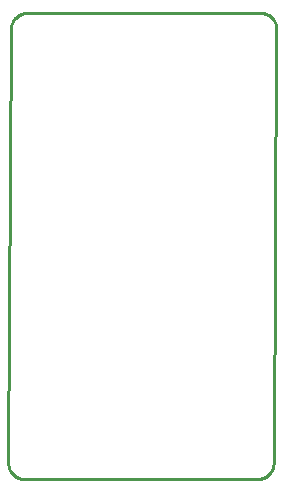
<source format=gko>
G04 EAGLE Gerber RS-274X export*
G75*
%MOMM*%
%FSLAX34Y34*%
%LPD*%
%INBoard Outline*%
%IPPOS*%
%AMOC8*
5,1,8,0,0,1.08239X$1,22.5*%
G01*
G04 Define Apertures*
%ADD10C,0.000000*%
%ADD11C,0.254000*%
D10*
X-81Y987380D02*
X-2458Y618570D01*
X-2456Y618262D01*
X-2447Y617954D01*
X-2430Y617646D01*
X-2406Y617339D01*
X-2374Y617032D01*
X-2335Y616727D01*
X-2289Y616422D01*
X-2235Y616119D01*
X-2174Y615817D01*
X-2105Y615516D01*
X-2029Y615218D01*
X-1946Y614921D01*
X-1856Y614626D01*
X-1759Y614334D01*
X-1655Y614044D01*
X-1543Y613757D01*
X-1425Y613472D01*
X-1300Y613190D01*
X-1168Y612912D01*
X-1029Y612637D01*
X-884Y612365D01*
X-732Y612097D01*
X-574Y611833D01*
X-409Y611572D01*
X-238Y611316D01*
X-61Y611064D01*
X122Y610816D01*
X311Y610573D01*
X506Y610334D01*
X707Y610100D01*
X914Y609871D01*
X1125Y609648D01*
X1343Y609429D01*
X1565Y609216D01*
X1793Y609008D01*
X2025Y608806D01*
X2262Y608609D01*
X2504Y608419D01*
X2751Y608234D01*
X3002Y608055D01*
X3257Y607883D01*
X3517Y607716D01*
X3780Y607556D01*
X4047Y607403D01*
X4318Y607256D01*
X4592Y607115D01*
X4870Y606982D01*
X5151Y606855D01*
X5435Y606735D01*
X5721Y606622D01*
X6010Y606515D01*
X6302Y606416D01*
X6596Y606324D01*
X6892Y606239D01*
X7191Y606162D01*
X7491Y606091D01*
X7792Y606028D01*
X8095Y605973D01*
X8400Y605924D01*
X8705Y605883D01*
X9011Y605850D01*
X9318Y605824D01*
X9626Y605805D01*
X9934Y605794D01*
X10242Y605790D01*
X209432Y605790D01*
X209742Y605794D01*
X210053Y605805D01*
X210363Y605824D01*
X210672Y605851D01*
X210980Y605885D01*
X211288Y605926D01*
X211595Y605975D01*
X211900Y606032D01*
X212204Y606096D01*
X212506Y606168D01*
X212806Y606246D01*
X213104Y606332D01*
X213400Y606426D01*
X213694Y606526D01*
X213985Y606634D01*
X214274Y606749D01*
X214559Y606871D01*
X214842Y607000D01*
X215121Y607135D01*
X215397Y607278D01*
X215669Y607427D01*
X215937Y607583D01*
X216202Y607745D01*
X216463Y607914D01*
X216719Y608089D01*
X216971Y608270D01*
X217219Y608457D01*
X217462Y608651D01*
X217700Y608850D01*
X217933Y609055D01*
X218161Y609265D01*
X218384Y609481D01*
X218601Y609703D01*
X218813Y609930D01*
X219020Y610162D01*
X219221Y610398D01*
X219415Y610640D01*
X219604Y610886D01*
X219787Y611137D01*
X219964Y611393D01*
X220134Y611652D01*
X220298Y611916D01*
X220455Y612183D01*
X220606Y612455D01*
X220750Y612730D01*
X220888Y613008D01*
X221018Y613290D01*
X221142Y613574D01*
X221259Y613862D01*
X221368Y614153D01*
X221471Y614446D01*
X221566Y614741D01*
X221654Y615039D01*
X221735Y615339D01*
X221808Y615640D01*
X221874Y615944D01*
X221933Y616248D01*
X221984Y616555D01*
X222027Y616862D01*
X222063Y617170D01*
X222092Y617479D01*
X222113Y617789D01*
X222126Y618099D01*
X222132Y618410D01*
X222131Y618410D02*
X224508Y987220D01*
X224506Y987528D01*
X224497Y987836D01*
X224480Y988144D01*
X224456Y988451D01*
X224424Y988758D01*
X224385Y989063D01*
X224339Y989368D01*
X224285Y989671D01*
X224224Y989973D01*
X224155Y990274D01*
X224079Y990572D01*
X223996Y990869D01*
X223906Y991164D01*
X223809Y991456D01*
X223705Y991746D01*
X223593Y992033D01*
X223475Y992318D01*
X223350Y992600D01*
X223218Y992878D01*
X223079Y993153D01*
X222934Y993425D01*
X222782Y993693D01*
X222624Y993957D01*
X222459Y994218D01*
X222288Y994474D01*
X222111Y994726D01*
X221928Y994974D01*
X221739Y995217D01*
X221544Y995456D01*
X221343Y995690D01*
X221136Y995919D01*
X220925Y996142D01*
X220707Y996361D01*
X220485Y996574D01*
X220257Y996782D01*
X220025Y996984D01*
X219788Y997181D01*
X219546Y997371D01*
X219299Y997556D01*
X219048Y997735D01*
X218793Y997907D01*
X218533Y998074D01*
X218270Y998234D01*
X218003Y998387D01*
X217732Y998534D01*
X217458Y998675D01*
X217180Y998808D01*
X216899Y998935D01*
X216615Y999055D01*
X216329Y999168D01*
X216040Y999275D01*
X215748Y999374D01*
X215454Y999466D01*
X215158Y999551D01*
X214859Y999628D01*
X214559Y999699D01*
X214258Y999762D01*
X213955Y999817D01*
X213650Y999866D01*
X213345Y999907D01*
X213039Y999940D01*
X212732Y999966D01*
X212424Y999985D01*
X212116Y999996D01*
X211808Y1000000D01*
X12618Y1000000D01*
X12308Y999996D01*
X11997Y999985D01*
X11687Y999966D01*
X11378Y999939D01*
X11070Y999905D01*
X10762Y999864D01*
X10455Y999815D01*
X10150Y999758D01*
X9846Y999694D01*
X9544Y999622D01*
X9244Y999544D01*
X8946Y999458D01*
X8650Y999364D01*
X8356Y999264D01*
X8065Y999156D01*
X7776Y999041D01*
X7491Y998919D01*
X7208Y998790D01*
X6929Y998655D01*
X6653Y998512D01*
X6381Y998363D01*
X6113Y998207D01*
X5848Y998045D01*
X5587Y997876D01*
X5331Y997701D01*
X5079Y997520D01*
X4831Y997333D01*
X4588Y997139D01*
X4350Y996940D01*
X4117Y996735D01*
X3889Y996525D01*
X3666Y996309D01*
X3449Y996087D01*
X3237Y995860D01*
X3030Y995628D01*
X2829Y995392D01*
X2635Y995150D01*
X2446Y994904D01*
X2263Y994653D01*
X2086Y994397D01*
X1916Y994138D01*
X1752Y993874D01*
X1595Y993607D01*
X1444Y993335D01*
X1300Y993060D01*
X1162Y992782D01*
X1032Y992500D01*
X908Y992216D01*
X791Y991928D01*
X682Y991637D01*
X579Y991344D01*
X484Y991049D01*
X396Y990751D01*
X315Y990451D01*
X242Y990150D01*
X176Y989846D01*
X117Y989542D01*
X66Y989235D01*
X23Y988928D01*
X-13Y988620D01*
X-42Y988311D01*
X-63Y988001D01*
X-76Y987691D01*
X-82Y987380D01*
D11*
X-2458Y618570D02*
X-2458Y618488D01*
X-2410Y617381D01*
X-2265Y616283D01*
X-2025Y615201D01*
X-1692Y614145D01*
X-1268Y613121D01*
X-756Y612139D01*
X-161Y611204D01*
X514Y610325D01*
X1262Y609509D01*
X2079Y608760D01*
X2958Y608086D01*
X3892Y607491D01*
X4875Y606979D01*
X5899Y606556D01*
X6955Y606222D01*
X8037Y605983D01*
X9135Y605838D01*
X10242Y605790D01*
X209432Y605790D01*
X210458Y605832D01*
X211558Y605969D01*
X212641Y606202D01*
X213700Y606529D01*
X214726Y606946D01*
X215712Y607452D01*
X216650Y608041D01*
X217533Y608710D01*
X218355Y609453D01*
X219109Y610265D01*
X219789Y611140D01*
X220390Y612071D01*
X220908Y613050D01*
X221338Y614071D01*
X221678Y615126D01*
X221924Y616206D01*
X222076Y617303D01*
X222131Y618410D01*
X224508Y987220D01*
X224508Y987302D01*
X224460Y988409D01*
X224315Y989507D01*
X224075Y990589D01*
X223742Y991645D01*
X223318Y992669D01*
X222806Y993651D01*
X222211Y994586D01*
X221536Y995465D01*
X220788Y996281D01*
X219971Y997030D01*
X219092Y997704D01*
X218158Y998299D01*
X217175Y998811D01*
X216151Y999235D01*
X215095Y999568D01*
X214013Y999807D01*
X212915Y999952D01*
X211808Y1000000D01*
X12618Y1000000D01*
X11592Y999958D01*
X10492Y999821D01*
X9409Y999588D01*
X8350Y999261D01*
X7324Y998844D01*
X6338Y998338D01*
X5400Y997749D01*
X4517Y997080D01*
X3695Y996337D01*
X2941Y995525D01*
X2261Y994650D01*
X1660Y993719D01*
X1142Y992740D01*
X712Y991719D01*
X372Y990664D01*
X126Y989584D01*
X-26Y988487D01*
X-81Y987380D01*
X-2458Y618570D01*
M02*

</source>
